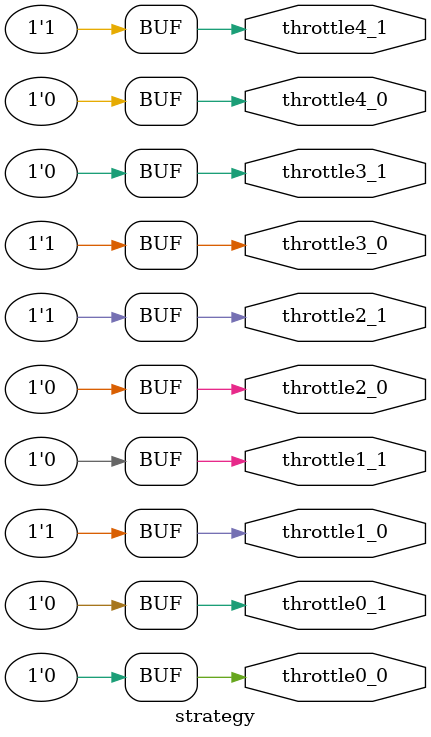
<source format=v>
module strategy(output throttle0_0, output throttle1_0, output throttle2_0, output throttle3_0, output throttle4_0, output throttle0_1, output throttle1_1, output throttle2_1, output throttle3_1, output throttle4_1);
	assign throttle0_0 = 1'b 0;
	assign throttle1_0 = 1'b 1;
	assign throttle2_0 = 1'b 0;
	assign throttle3_0 = 1'b 1;
	assign throttle4_0 = 1'b 0;

	assign throttle0_1 = 1'b 0;
	assign throttle1_1 = 1'b 0;
	assign throttle2_1 = 1'b 1;
	assign throttle3_1 = 1'b 0;
	assign throttle4_1 = 1'b 1;
endmodule



</source>
